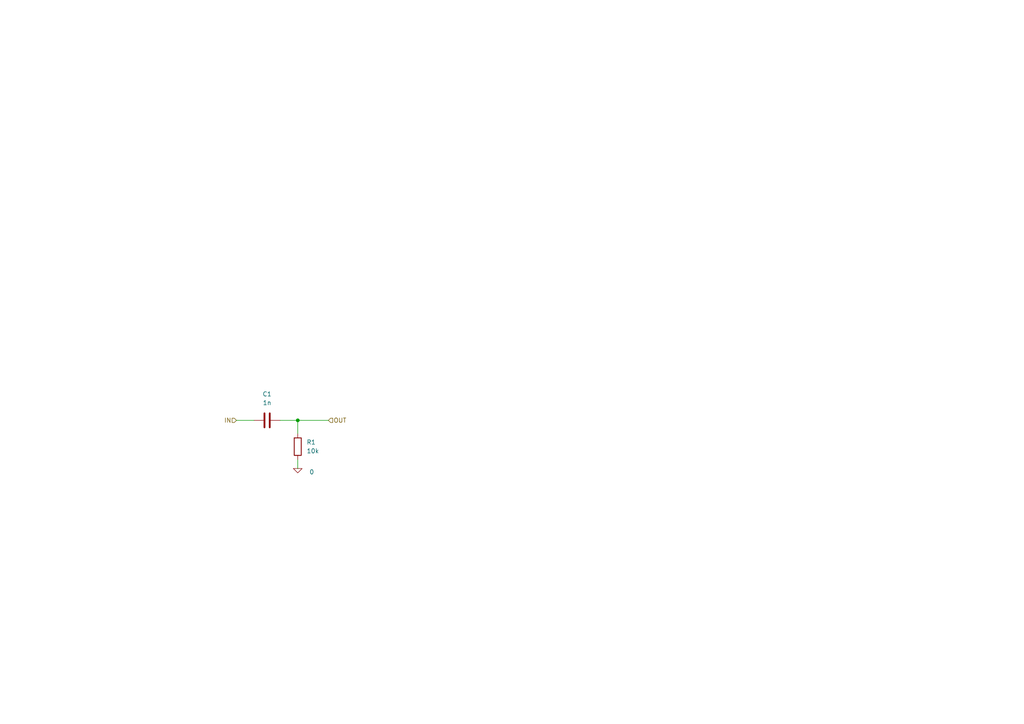
<source format=kicad_sch>
(kicad_sch (version 20250114) (generator "eeschema") (generator_version "9.0")
  (paper "A4")
  (lib_symbols
    (symbol "Device:C" (pin_numbers (hide yes)) (pin_names (offset 0.254))
      (property "Reference" "C" (at 0.635 2.54 0))
      (property "Value" "C" (at 0.635 -2.54 0))
      (symbol "C_0_1"
        (polyline (pts (xy -2.032 0.762) (xy 2.032 0.762)) (stroke (width 0.508)))
        (polyline (pts (xy -2.032 -0.762) (xy 2.032 -0.762)) (stroke (width 0.508)))
      )
      (symbol "C_1_1"
        (pin passive line (at 0 3.81 270) (length 2.794) (name "~") (number "1"))
        (pin passive line (at 0 -3.81 90) (length 2.794) (name "~") (number "2"))
      )
    )
    (symbol "Device:R" (pin_numbers (hide yes)) (pin_names (offset 0))
      (property "Reference" "R" (at 2.032 0 90))
      (property "Value" "R" (at 0 0 90))
      (symbol "R_0_1"
        (rectangle (start -1.016 -2.54) (end 1.016 2.54) (stroke (width 0.254)))
      )
      (symbol "R_1_1"
        (pin passive line (at 0 3.81 270) (length 1.27) (name "~") (number "1"))
        (pin passive line (at 0 -3.81 90) (length 1.27) (name "~") (number "2"))
      )
    )
    (symbol "Simulation_SPICE:0" (power) (pin_numbers (hide yes)) (pin_names (offset 0) (hide yes))
      (property "Value" "0" (at 0 -2.54 0))
      (symbol "0_0_1"
        (polyline (pts (xy -1.27 0) (xy 0 -1.27) (xy 1.27 0) (xy -1.27 0)))
      )
      (symbol "0_1_1"
        (pin power_in line (at 0 0 0) (length 0) (name "~") (number "1"))
      )
    )
  )
  (junction (at 86.36 121.92))
  (wire (pts (xy 86.36 133.35) (xy 86.36 135.89)))
  (wire (pts (xy 86.36 125.73) (xy 86.36 121.92)))
  (wire (pts (xy 86.36 121.92) (xy 95.25 121.92)))
  (wire (pts (xy 86.36 121.92) (xy 81.28 121.92)))
  (wire (pts (xy 68.58 121.92) (xy 73.66 121.92)))
  (hierarchical_label "IN" (shape input) (at 68.58 121.92 180))
  (hierarchical_label "OUT" (shape input) (at 95.25 121.92 0))
  (symbol (lib_id "Device:C") (at 77.47 121.92 90) (unit 1)
    (property "Reference" "C1" (at 77.47 114.3 90))
    (property "Value" "1n" (at 77.47 116.84 90))
    (property "Description" "Unpolarized capacitor" (effects (hide yes)))
  )
  (symbol (lib_id "Simulation_SPICE:0") (at 86.36 135.89 0) (unit 1)
    (property "Reference" "#GND?" (effects (hide yes)))
    (property "Value" "0" (at 90.424 136.906 0))
    (property "Datasheet" "https://ngspice.sourceforge.io/docs/ngspice-html-manual/manual.xhtml#subsec_Circuit_elements__device" (effects (hide yes)))
    (property "Description" "0V reference potential for simulation" (effects (hide yes)))
  )
  (symbol (lib_id "Device:R") (at 86.36 129.54 180) (unit 1)
    (property "Reference" "R1" (at 88.9 128.2699 0) (effects (justify right)))
    (property "Value" "10k" (at 88.9 130.8099 0) (effects (justify right)))
    (property "Description" "Resistor" (effects (hide yes)))
  )
)
</source>
